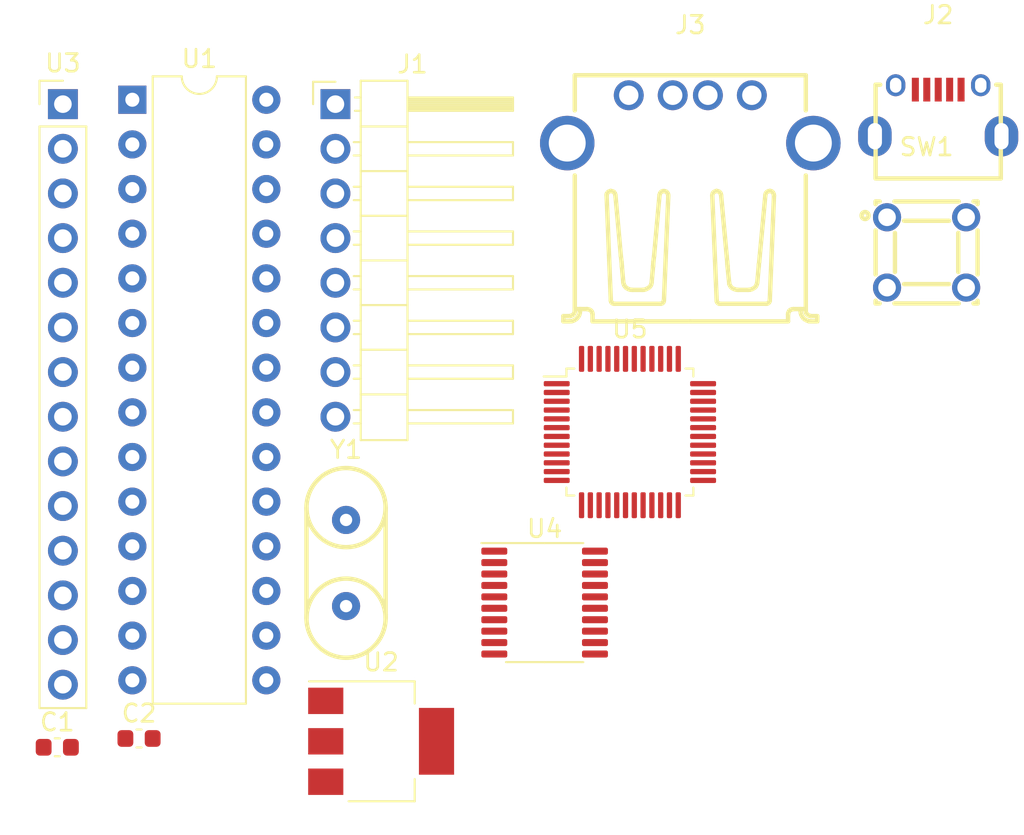
<source format=kicad_pcb>
(kicad_pcb (version 20211014) (generator pcbnew)
  (layers (0 "F.Cu" signal) (31 "B.Cu" signal) (34 "B.Paste" user) (35 "F.Paste" user) (36 "B.SilkS" user "B.Silkscreen") (37 "F.SilkS" user "F.Silkscreen") (38 "B.Mask" user) (39 "F.Mask" user) (44 "Edge.Cuts" user))
  (net 0 "")
  (net 1 "Net-(C1-Pad1)")
  (net 2 "GND")
  (net 3 "Net-(C2-Pad1)")
  (net 4 "+5V")
  (net 5 "Net-(J1-Pad3)")
  (net 6 "Net-(J1-Pad4)")
  (net 7 "Net-(J1-Pad5)")
  (net 8 "Net-(J1-Pad6)")
  (net 9 "Net-(J1-Pad7)")
  (net 10 "Net-(J1-Pad8)")
  (net 11 "DM")
  (net 12 "DP")
  (net 14 "HM")
  (net 15 "HP")
  (net 16 "Net-(SW1-Pad2)")
  (net 18 "RXD")
  (net 19 "TXD")
  (net 20 "RXD_")
  (net 21 "TXD_")
  (net 26 "DC")
  (net 27 "CS")
  (net 28 "MOSI")
  (net 29 "MISO")
  (net 30 "SCK")
  (net 31 "LED")
  (net 33 "+3.3V")
  (net 34 "Net-(U3-Pad3)")
  (net 36 "Net-(U3-Pad5)")
  (net 37 "Net-(U3-Pad6)")
  (net 38 "Net-(U3-Pad7)")
  (net 39 "Net-(U3-Pad8)")
  (net 40 "Net-(U3-Pad9)")
  (footprint "Footprint_Library:USB_Micro-B_C2682230" (layer "F.Cu") (at 176.275 81.115)
    (fp_text reference "J2" (at 0 -5.45) (layer "F.SilkS"))
    (fp_text value "USB_B_Micro")
    (fp_line (start -3.56 -1.48) (end -3.56 3.85) (layer "F.SilkS") (width 0.25))
    (fp_line (start 3.56 3.85) (end 3.56 -1.48) (layer "F.SilkS") (width 0.25))
    (fp_line (start 3.56 -1.48) (end 3.3 -1.48) (layer "F.SilkS") (width 0.25))
    (fp_line (start -3.56 3.85) (end 3.56 3.85) (layer "F.SilkS") (width 0.25))
    (fp_line (start -3.3 -1.48) (end -3.56 -1.48) (layer "F.SilkS") (width 0.25))
    (pad "1" smd rect (at -1.3 -1.2) (size 0.4 1.35) (layers "F.Cu" "F.Paste" "F.Mask") (net 4 "+5V"))
    (pad "2" smd rect (at -0.65 -1.2) (size 0.4 1.35) (layers "F.Cu" "F.Paste" "F.Mask") (net 11 "DM"))
    (pad "3" smd rect (at 0 -1.2) (size 0.4 1.35) (layers "F.Cu" "F.Paste" "F.Mask") (net 12 "DP"))
    (pad "4" smd rect (at 0.65 -1.2) (size 0.4 1.35) (layers "F.Cu" "F.Paste" "F.Mask"))
    (pad "5" smd rect (at 1.3 -1.2) (size 0.4 1.35) (layers "F.Cu" "F.Paste" "F.Mask") (net 2 "GND"))
    (pad "6" thru_hole oval (at -3.6 1.45) (size 1.9 2.3) (drill oval 0.799998 1.499997) (layers *.Cu *.Paste *.Mask) (net 2 "GND"))
    (pad "6" thru_hole oval (at -2.42 -1.45) (size 1.1 1.25) (drill oval 0.649986 0.849986) (layers *.Cu *.Paste *.Mask) (net 2 "GND"))
    (pad "6" thru_hole oval (at 3.6 1.45) (size 1.9 2.3) (drill oval 0.799998 1.499997) (layers *.Cu *.Paste *.Mask) (net 2 "GND"))
    (pad "6" thru_hole oval (at 2.42 -1.45) (size 1.1 1.25) (drill oval 0.649986 0.849986) (layers *.Cu *.Paste *.Mask) (net 2 "GND"))
  )
  (footprint "Capacitor_SMD:C_0603_1608Metric" (layer "F.Cu") (at 130.82 116.82)
    (fp_text reference "C2" (at 0 -1.43) (layer "F.SilkS"))
    (fp_text value "C")
    (fp_line (start -0.14058 0.51) (end 0.14058 0.51) (layer "F.SilkS") (width 0.12))
    (fp_line (start -0.14058 -0.51) (end 0.14058 -0.51) (layer "F.SilkS") (width 0.12))
    (pad "1" smd roundrect (at -0.775 0) (size 0.9 0.95) (layers "F.Cu" "F.Paste" "F.Mask") (net 3 "Net-(C2-Pad1)"))
    (pad "2" smd roundrect (at 0.775 0) (size 0.9 0.95) (layers "F.Cu" "F.Paste" "F.Mask") (net 2 "GND"))
  )
  (footprint "Capacitor_SMD:C_0603_1608Metric" (layer "F.Cu") (at 126.17 117.32)
    (fp_text reference "C1" (at 0 -1.43) (layer "F.SilkS"))
    (fp_text value "C")
    (fp_line (start -0.14058 0.51) (end 0.14058 0.51) (layer "F.SilkS") (width 0.12))
    (fp_line (start -0.14058 -0.51) (end 0.14058 -0.51) (layer "F.SilkS") (width 0.12))
    (pad "1" smd roundrect (at -0.775 0) (size 0.9 0.95) (layers "F.Cu" "F.Paste" "F.Mask") (net 1 "Net-(C1-Pad1)"))
    (pad "2" smd roundrect (at 0.775 0) (size 0.9 0.95) (layers "F.Cu" "F.Paste" "F.Mask") (net 2 "GND"))
  )
  (footprint "Package_QFP:LQFP-48_7x7mm_P0.5mm" (layer "F.Cu") (at 158.74 99.39)
    (fp_text reference "U5" (at 0 -5.85) (layer "F.SilkS"))
    (fp_text value "CH559L")
    (fp_line (start 3.16 -3.61) (end 3.61 -3.61) (layer "F.SilkS") (width 0.12))
    (fp_line (start -3.61 -3.61) (end -3.61 -3.16) (layer "F.SilkS") (width 0.12))
    (fp_line (start 3.61 3.61) (end 3.61 3.16) (layer "F.SilkS") (width 0.12))
    (fp_line (start -3.16 -3.61) (end -3.61 -3.61) (layer "F.SilkS") (width 0.12))
    (fp_line (start -3.16 3.61) (end -3.61 3.61) (layer "F.SilkS") (width 0.12))
    (fp_line (start 3.61 -3.61) (end 3.61 -3.16) (layer "F.SilkS") (width 0.12))
    (fp_line (start -3.61 -3.16) (end -4.9 -3.16) (layer "F.SilkS") (width 0.12))
    (fp_line (start 3.16 3.61) (end 3.61 3.61) (layer "F.SilkS") (width 0.12))
    (fp_line (start -3.61 3.61) (end -3.61 3.16) (layer "F.SilkS") (width 0.12))
    (pad "1" smd roundrect (at -4.1625 -2.75) (size 1.475 0.3) (layers "F.Cu" "F.Paste" "F.Mask"))
    (pad "2" smd roundrect (at -4.1625 -2.25) (size 1.475 0.3) (layers "F.Cu" "F.Paste" "F.Mask"))
    (pad "3" smd roundrect (at -4.1625 -1.75) (size 1.475 0.3) (layers "F.Cu" "F.Paste" "F.Mask"))
    (pad "4" smd roundrect (at -4.1625 -1.25) (size 1.475 0.3) (layers "F.Cu" "F.Paste" "F.Mask"))
    (pad "5" smd roundrect (at -4.1625 -0.75) (size 1.475 0.3) (layers "F.Cu" "F.Paste" "F.Mask"))
    (pad "6" smd roundrect (at -4.1625 -0.25) (size 1.475 0.3) (layers "F.Cu" "F.Paste" "F.Mask"))
    (pad "7" smd roundrect (at -4.1625 0.25) (size 1.475 0.3) (layers "F.Cu" "F.Paste" "F.Mask"))
    (pad "8" smd roundrect (at -4.1625 0.75) (size 1.475 0.3) (layers "F.Cu" "F.Paste" "F.Mask"))
    (pad "9" smd roundrect (at -4.1625 1.25) (size 1.475 0.3) (layers "F.Cu" "F.Paste" "F.Mask"))
    (pad "10" smd roundrect (at -4.1625 1.75) (size 1.475 0.3) (layers "F.Cu" "F.Paste" "F.Mask"))
    (pad "11" smd roundrect (at -4.1625 2.25) (size 1.475 0.3) (layers "F.Cu" "F.Paste" "F.Mask"))
    (pad "12" smd roundrect (at -4.1625 2.75) (size 1.475 0.3) (layers "F.Cu" "F.Paste" "F.Mask"))
    (pad "13" smd roundrect (at -2.75 4.1625) (size 0.3 1.475) (layers "F.Cu" "F.Paste" "F.Mask"))
    (pad "14" smd roundrect (at -2.25 4.1625) (size 0.3 1.475) (layers "F.Cu" "F.Paste" "F.Mask"))
    (pad "15" smd roundrect (at -1.75 4.1625) (size 0.3 1.475) (layers "F.Cu" "F.Paste" "F.Mask"))
    (pad "16" smd roundrect (at -1.25 4.1625) (size 0.3 1.475) (layers "F.Cu" "F.Paste" "F.Mask") (net 16 "Net-(SW1-Pad2)"))
    (pad "17" smd roundrect (at -0.75 4.1625) (size 0.3 1.475) (layers "F.Cu" "F.Paste" "F.Mask"))
    (pad "18" smd roundrect (at -0.25 4.1625) (size 0.3 1.475) (layers "F.Cu" "F.Paste" "F.Mask") (net 2 "GND"))
    (pad "19" smd roundrect (at 0.25 4.1625) (size 0.3 1.475) (layers "F.Cu" "F.Paste" "F.Mask"))
    (pad "20" smd roundrect (at 0.75 4.1625) (size 0.3 1.475) (layers "F.Cu" "F.Paste" "F.Mask"))
    (pad "21" smd roundrect (at 1.25 4.1625) (size 0.3 1.475) (layers "F.Cu" "F.Paste" "F.Mask"))
    (pad "22" smd roundrect (at 1.75 4.1625) (size 0.3 1.475) (layers "F.Cu" "F.Paste" "F.Mask"))
    (pad "23" smd roundrect (at 2.25 4.1625) (size 0.3 1.475) (layers "F.Cu" "F.Paste" "F.Mask"))
    (pad "24" smd roundrect (at 2.75 4.1625) (size 0.3 1.475) (layers "F.Cu" "F.Paste" "F.Mask"))
    (pad "25" smd roundrect (at 4.1625 2.75) (size 1.475 0.3) (layers "F.Cu" "F.Paste" "F.Mask"))
    (pad "26" smd roundrect (at 4.1625 2.25) (size 1.475 0.3) (layers "F.Cu" "F.Paste" "F.Mask"))
    (pad "27" smd roundrect (at 4.1625 1.75) (size 1.475 0.3) (layers "F.Cu" "F.Paste" "F.Mask"))
    (pad "28" smd roundrect (at 4.1625 1.25) (size 1.475 0.3) (layers "F.Cu" "F.Paste" "F.Mask"))
    (pad "29" smd roundrect (at 4.1625 0.75) (size 1.475 0.3) (layers "F.Cu" "F.Paste" "F.Mask") (net 15 "HP"))
    (pad "30" smd roundrect (at 4.1625 0.25) (size 1.475 0.3) (layers "F.Cu" "F.Paste" "F.Mask") (net 14 "HM"))
    (pad "31" smd roundrect (at 4.1625 -0.25) (size 1.475 0.3) (layers "F.Cu" "F.Paste" "F.Mask") (net 12 "DP"))
    (pad "32" smd roundrect (at 4.1625 -0.75) (size 1.475 0.3) (layers "F.Cu" "F.Paste" "F.Mask") (net 11 "DM"))
    (pad "33" smd roundrect (at 4.1625 -1.25) (size 1.475 0.3) (layers "F.Cu" "F.Paste" "F.Mask"))
    (pad "34" smd roundrect (at 4.1625 -1.75) (size 1.475 0.3) (layers "F.Cu" "F.Paste" "F.Mask"))
    (pad "35" smd roundrect (at 4.1625 -2.25) (size 1.475 0.3) (layers "F.Cu" "F.Paste" "F.Mask"))
    (pad "36" smd roundrect (at 4.1625 -2.75) (size 1.475 0.3) (layers "F.Cu" "F.Paste" "F.Mask"))
    (pad "37" smd roundrect (at 2.75 -4.1625) (size 0.3 1.475) (layers "F.Cu" "F.Paste" "F.Mask") (net 20 "RXD_"))
    (pad "38" smd roundrect (at 2.25 -4.1625) (size 0.3 1.475) (layers "F.Cu" "F.Paste" "F.Mask") (net 21 "TXD_"))
    (pad "39" smd roundrect (at 1.75 -4.1625) (size 0.3 1.475) (layers "F.Cu" "F.Paste" "F.Mask"))
    (pad "40" smd roundrect (at 1.25 -4.1625) (size 0.3 1.475) (layers "F.Cu" "F.Paste" "F.Mask"))
    (pad "41" smd roundrect (at 0.75 -4.1625) (size 0.3 1.475) (layers "F.Cu" "F.Paste" "F.Mask") (net 4 "+5V"))
    (pad "42" smd roundrect (at 0.25 -4.1625) (size 0.3 1.475) (layers "F.Cu" "F.Paste" "F.Mask"))
    (pad "43" smd roundrect (at -0.25 -4.1625) (size 0.3 1.475) (layers "F.Cu" "F.Paste" "F.Mask"))
    (pad "44" smd roundrect (at -0.75 -4.1625) (size 0.3 1.475) (layers "F.Cu" "F.Paste" "F.Mask"))
    (pad "45" smd roundrect (at -1.25 -4.1625) (size 0.3 1.475) (layers "F.Cu" "F.Paste" "F.Mask"))
    (pad "46" smd roundrect (at -1.75 -4.1625) (size 0.3 1.475) (layers "F.Cu" "F.Paste" "F.Mask"))
    (pad "47" smd roundrect (at -2.25 -4.1625) (size 0.3 1.475) (layers "F.Cu" "F.Paste" "F.Mask"))
    (pad "48" smd roundrect (at -2.75 -4.1625) (size 0.3 1.475) (layers "F.Cu" "F.Paste" "F.Mask"))
  )
  (footprint "Connector_PinHeader_2.54mm:PinHeader_1x08_P2.54mm_Horizontal" (layer "F.Cu") (at 141.99 80.74)
    (fp_text reference "J1" (at 4.385 -2.27) (layer "F.SilkS"))
    (fp_text value "Conn_01x08_Male")
    (fp_line (start 10.1 15.62) (end 4.1 15.62) (layer "F.SilkS") (width 0.12))
    (fp_line (start 10.1 14.86) (end 10.1 15.62) (layer "F.SilkS") (width 0.12))
    (fp_line (start 1.042929 17.4) (end 1.44 17.4) (layer "F.SilkS") (width 0.12))
    (fp_line (start 1.042929 12.32) (end 1.44 12.32) (layer "F.SilkS") (width 0.12))
    (fp_line (start 1.44 3.81) (end 4.1 3.81) (layer "F.SilkS") (width 0.12))
    (fp_line (start 4.1 -0.08) (end 10.1 -0.08) (layer "F.SilkS") (width 0.12))
    (fp_line (start 4.1 17.4) (end 10.1 17.4) (layer "F.SilkS") (width 0.12))
    (fp_line (start 1.44 6.35) (end 4.1 6.35) (layer "F.SilkS") (width 0.12))
    (fp_line (start 1.042929 9.78) (end 1.44 9.78) (layer "F.SilkS") (width 0.12))
    (fp_line (start 1.11 0.38) (end 1.44 0.38) (layer "F.SilkS") (width 0.12))
    (fp_line (start 1.11 -0.38) (end 1.44 -0.38) (layer "F.SilkS") (width 0.12))
    (fp_line (start 10.1 4.7) (end 10.1 5.46) (layer "F.SilkS") (width 0.12))
    (fp_line (start 4.1 -0.32) (end 10.1 -0.32) (layer "F.SilkS") (width 0.12))
    (fp_line (start 4.1 0.28) (end 10.1 0.28) (layer "F.SilkS") (width 0.12))
    (fp_line (start 1.042929 18.16) (end 1.44 18.16) (layer "F.SilkS") (width 0.12))
    (fp_line (start 1.44 8.89) (end 4.1 8.89) (layer "F.SilkS") (width 0.12))
    (fp_line (start 1.042929 13.08) (end 1.44 13.08) (layer "F.SilkS") (width 0.12))
    (fp_line (start 4.1 4.7) (end 10.1 4.7) (layer "F.SilkS") (width 0.12))
    (fp_line (start 1.042929 2.92) (end 1.44 2.92) (layer "F.SilkS") (width 0.12))
    (fp_line (start 1.44 1.27) (end 4.1 1.27) (layer "F.SilkS") (width 0.12))
    (fp_line (start 1.042929 2.16) (end 1.44 2.16) (layer "F.SilkS") (width 0.12))
    (fp_line (start 10.1 18.16) (end 4.1 18.16) (layer "F.SilkS") (width 0.12))
    (fp_line (start 10.1 12.32) (end 10.1 13.08) (layer "F.SilkS") (width 0.12))
    (fp_line (start 10.1 10.54) (end 4.1 10.54) (layer "F.SilkS") (width 0.12))
    (fp_line (start 1.042929 5.46) (end 1.44 5.46) (layer "F.SilkS") (width 0.12))
    (fp_line (start 4.1 -0.38) (end 10.1 -0.38) (layer "F.SilkS") (width 0.12))
    (fp_line (start 10.1 0.38) (end 4.1 0.38) (layer "F.SilkS") (width 0.12))
    (fp_line (start 1.44 19.11) (end 4.1 19.11) (layer "F.SilkS") (width 0.12))
    (fp_line (start 4.1 14.86) (end 10.1 14.86) (layer "F.SilkS") (width 0.12))
    (fp_line (start -1.27 0) (end -1.27 -1.27) (layer "F.SilkS") (width 0.12))
    (fp_line (start 1.042929 4.7) (end 1.44 4.7) (layer "F.SilkS") (width 0.12))
    (fp_line (start 1.44 13.97) (end 4.1 13.97) (layer "F.SilkS") (width 0.12))
    (fp_line (start 1.042929 10.54) (end 1.44 10.54) (layer "F.SilkS") (width 0.12))
    (fp_line (start 1.042929 14.86) (end 1.44 14.86) (layer "F.SilkS") (width 0.12))
    (fp_line (start 4.1 2.16) (end 10.1 2.16) (layer "F.SilkS") (width 0.12))
    (fp_line (start 10.1 17.4) (end 10.1 18.16) (layer "F.SilkS") (width 0.12))
    (fp_line (start 4.1 0.04) (end 10.1 0.04) (layer "F.SilkS") (width 0.12))
    (fp_line (start 1.042929 7.24) (end 1.44 7.24) (layer "F.SilkS") (width 0.12))
    (fp_line (start 10.1 8) (end 4.1 8) (layer "F.SilkS") (width 0.12))
    (fp_line (start 4.1 9.78) (end 10.1 9.78) (layer "F.SilkS") (width 0.12))
    (fp_line (start 4.1 19.11) (end 4.1 -1.33) (layer "F.SilkS") (width 0.12))
    (fp_line (start 4.1 -1.33) (end 1.44 -1.33) (layer "F.SilkS") (width 0.12))
    (fp_line (start 4.1 0.16) (end 10.1 0.16) (layer "F.SilkS") (width 0.12))
    (fp_line (start 1.042929 15.62) (end 1.44 15.62) (layer "F.SilkS") (width 0.12))
    (fp_line (start 10.1 13.08) (end 4.1 13.08) (layer "F.SilkS") (width 0.12))
    (fp_line (start 10.1 2.16) (end 10.1 2.92) (layer "F.SilkS") (width 0.12))
    (fp_line (start 1.44 16.51) (end 4.1 16.51) (layer "F.SilkS") (width 0.12))
    (fp_line (start 4.1 12.32) (end 10.1 12.32) (layer "F.SilkS") (width 0.12))
    (fp_line (start 10.1 -0.38) (end 10.1 0.38) (layer "F.SilkS") (width 0.12))
    (fp_line (start 10.1 7.24) (end 10.1 8) (layer "F.SilkS") (width 0.12))
    (fp_line (start 1.042929 8) (end 1.44 8) (layer "F.SilkS") (width 0.12))
    (fp_line (start 10.1 9.78) (end 10.1 10.54) (layer "F.SilkS") (width 0.12))
    (fp_line (start 4.1 -0.2) (end 10.1 -0.2) (layer "F.SilkS") (width 0.12))
    (fp_line (start -1.27 -1.27) (end 0 -1.27) (layer "F.SilkS") (width 0.12))
    (fp_line (start 4.1 7.24) (end 10.1 7.24) (layer "F.SilkS") (width 0.12))
    (fp_line (start 10.1 2.92) (end 4.1 2.92) (layer "F.SilkS") (width 0.12))
    (fp_line (start 1.44 -1.33) (end 1.44 19.11) (layer "F.SilkS") (width 0.12))
    (fp_line (start 1.44 11.43) (end 4.1 11.43) (layer "F.SilkS") (width 0.12))
    (fp_line (start 10.1 5.46) (end 4.1 5.46) (layer "F.SilkS") (width 0.12))
    (pad "1" thru_hole rect (at 0 0) (size 1.7 1.7) (drill 1) (layers *.Cu *.Mask) (net 4 "+5V"))
    (pad "2" thru_hole oval (at 0 2.54) (size 1.7 1.7) (drill 1) (layers *.Cu *.Mask) (net 2 "GND"))
    (pad "3" thru_hole oval (at 0 5.08) (size 1.7 1.7) (drill 1) (layers *.Cu *.Mask) (net 5 "Net-(J1-Pad3)"))
    (pad "4" thru_hole oval (at 0 7.62) (size 1.7 1.7) (drill 1) (layers *.Cu *.Mask) (net 6 "Net-(J1-Pad4)"))
    (pad "5" thru_hole oval (at 0 10.16) (size 1.7 1.7) (drill 1) (layers *.Cu *.Mask) (net 7 "Net-(J1-Pad5)"))
    (pad "6" thru_hole oval (at 0 12.7) (size 1.7 1.7) (drill 1) (layers *.Cu *.Mask) (net 8 "Net-(J1-Pad6)"))
    (pad "7" thru_hole oval (at 0 15.24) (size 1.7 1.7) (drill 1) (layers *.Cu *.Mask) (net 9 "Net-(J1-Pad7)"))
    (pad "8" thru_hole oval (at 0 17.78) (size 1.7 1.7) (drill 1) (layers *.Cu *.Mask) (net 10 "Net-(J1-Pad8)"))
  )
  (footprint "Package_TO_SOT_SMD:SOT-223-3_TabPin2" (layer "F.Cu") (at 144.59 116.98)
    (fp_text reference "U2" (at 0 -4.5) (layer "F.SilkS"))
    (fp_text value "AMS1117-3.3")
    (fp_line (start -1.85 3.41) (end 1.91 3.41) (layer "F.SilkS") (width 0.12))
    (fp_line (start 1.91 -3.41) (end 1.91 -2.15) (layer "F.SilkS") (width 0.12))
    (fp_line (start 1.91 3.41) (end 1.91 2.15) (layer "F.SilkS") (width 0.12))
    (fp_line (start -4.1 -3.41) (end 1.91 -3.41) (layer "F.SilkS") (width 0.12))
    (pad "1" smd rect (at -3.15 -2.3) (size 2 1.5) (layers "F.Cu" "F.Paste" "F.Mask") (net 2 "GND"))
    (pad "2" smd rect (at -3.15 0) (size 2 1.5) (layers "F.Cu" "F.Paste" "F.Mask") (net 33 "+3.3V"))
    (pad "2" smd rect (at 3.15 0) (size 2 3.8) (layers "F.Cu" "F.Paste" "F.Mask") (net 33 "+3.3V"))
    (pad "3" smd rect (at -3.15 2.3) (size 2 1.5) (layers "F.Cu" "F.Paste" "F.Mask") (net 4 "+5V"))
  )
  (footprint "Footprint_Library:Crystal_C16212" (layer "F.Cu") (at 142.595 106.84)
    (fp_text reference "Y1" (at 0 -6.45) (layer "F.SilkS"))
    (fp_text value "Crystal")
    (fp_line (start 2.25 3.14) (end 2.25 -3.15) (layer "F.SilkS") (width 0.25))
    (fp_line (start -2.25 3.14) (end -2.25 -3.15) (layer "F.SilkS") (width 0.25))
    (fp_arc (start -2.249657 -3.189268) (mid 2.249914 -3.130365) (end -2.25 -3.15) (layer "F.SilkS") (width 0.25))
    (fp_arc (start 2.249657 3.179268) (mid -2.249914 3.120365) (end 2.25 3.14) (layer "F.SilkS") (width 0.25))
    (pad "1" thru_hole circle locked (at 0 -2.45 270) (size 1.6 1.6) (drill 0.700024) (layers *.Cu *.Paste *.Mask) (net 1 "Net-(C1-Pad1)"))
    (pad "2" thru_hole circle locked (at 0 2.45 270) (size 1.6 1.6) (drill 0.700024) (layers *.Cu *.Paste *.Mask) (net 3 "Net-(C2-Pad1)"))
  )
  (footprint "Package_SO:TSSOP-20_4.4x6.5mm_P0.65mm" (layer "F.Cu") (at 153.89 109.09)
    (fp_text reference "U4" (at 0 -4.2) (layer "F.SilkS"))
    (fp_text value "TXB0108PWR")
    (fp_line (start 0 -3.385) (end 2.2 -3.385) (layer "F.SilkS") (width 0.12))
    (fp_line (start 0 3.385) (end 2.2 3.385) (layer "F.SilkS") (width 0.12))
    (fp_line (start 0 -3.385) (end -3.6 -3.385) (layer "F.SilkS") (width 0.12))
    (fp_line (start 0 3.385) (end -2.2 3.385) (layer "F.SilkS") (width 0.12))
    (pad "1" smd roundrect (at -2.8625 -2.925) (size 1.475 0.4) (layers "F.Cu" "F.Paste" "F.Mask"))
    (pad "2" smd roundrect (at -2.8625 -2.275) (size 1.475 0.4) (layers "F.Cu" "F.Paste" "F.Mask") (net 33 "+3.3V"))
    (pad "3" smd roundrect (at -2.8625 -1.625) (size 1.475 0.4) (layers "F.Cu" "F.Paste" "F.Mask") (net 36 "Net-(U3-Pad5)"))
    (pad "4" smd roundrect (at -2.8625 -0.975) (size 1.475 0.4) (layers "F.Cu" "F.Paste" "F.Mask") (net 34 "Net-(U3-Pad3)"))
    (pad "5" smd roundrect (at -2.8625 -0.325) (size 1.475 0.4) (layers "F.Cu" "F.Paste" "F.Mask") (net 37 "Net-(U3-Pad6)"))
    (pad "6" smd roundrect (at -2.8625 0.325) (size 1.475 0.4) (layers "F.Cu" "F.Paste" "F.Mask") (net 40 "Net-(U3-Pad9)"))
    (pad "7" smd roundrect (at -2.8625 0.975) (size 1.475 0.4) (layers "F.Cu" "F.Paste" "F.Mask") (net 38 "Net-(U3-Pad7)"))
    (pad "8" smd roundrect (at -2.8625 1.625) (size 1.475 0.4) (layers "F.Cu" "F.Paste" "F.Mask") (net 39 "Net-(U3-Pad8)"))
    (pad "9" smd roundrect (at -2.8625 2.275) (size 1.475 0.4) (layers "F.Cu" "F.Paste" "F.Mask"))
    (pad "10" smd roundrect (at -2.8625 2.925) (size 1.475 0.4) (layers "F.Cu" "F.Paste" "F.Mask"))
    (pad "11" smd roundrect (at 2.8625 2.925) (size 1.475 0.4) (layers "F.Cu" "F.Paste" "F.Mask") (net 2 "GND"))
    (pad "12" smd roundrect (at 2.8625 2.275) (size 1.475 0.4) (layers "F.Cu" "F.Paste" "F.Mask"))
    (pad "13" smd roundrect (at 2.8625 1.625) (size 1.475 0.4) (layers "F.Cu" "F.Paste" "F.Mask") (net 31 "LED"))
    (pad "14" smd roundrect (at 2.8625 0.975) (size 1.475 0.4) (layers "F.Cu" "F.Paste" "F.Mask") (net 30 "SCK"))
    (pad "15" smd roundrect (at 2.8625 0.325) (size 1.475 0.4) (layers "F.Cu" "F.Paste" "F.Mask") (net 29 "MISO"))
    (pad "16" smd roundrect (at 2.8625 -0.325) (size 1.475 0.4) (layers "F.Cu" "F.Paste" "F.Mask") (net 28 "MOSI"))
    (pad "17" smd roundrect (at 2.8625 -0.975) (size 1.475 0.4) (layers "F.Cu" "F.Paste" "F.Mask") (net 27 "CS"))
    (pad "18" smd roundrect (at 2.8625 -1.625) (size 1.475 0.4) (layers "F.Cu" "F.Paste" "F.Mask") (net 26 "DC"))
    (pad "19" smd roundrect (at 2.8625 -2.275) (size 1.475 0.4) (layers "F.Cu" "F.Paste" "F.Mask") (net 4 "+5V"))
    (pad "20" smd roundrect (at 2.8625 -2.925) (size 1.475 0.4) (layers "F.Cu" "F.Paste" "F.Mask"))
  )
  (footprint "Footprint_Library:Push_SW_C2693625" (layer "F.Cu") (at 175.615 89.175)
    (fp_text reference "SW1" (at 0 -6) (layer "F.SilkS"))
    (fp_text value "SW_Push")
    (fp_line (start -2.9 -2.9) (end -2.67 -2.9) (layer "F.SilkS") (width 0.25))
    (fp_line (start 2.9 -2.9) (end 2.9 -2.75) (layer "F.SilkS") (width 0.25))
    (fp_line (start 1.83 2.9) (end -1.83 2.9) (layer "F.SilkS") (width 0.25))
    (fp_line (start 2.9 -1.25) (end 2.9 1.25) (layer "F.SilkS") (width 0.25))
    (fp_line (start -2.9 1.25) (end -2.9 -1.25) (layer "F.SilkS") (width 0.25))
    (fp_line (start 1.8 -1.11) (end 1.8 1.11) (layer "F.SilkS") (width 0.25))
    (fp_line (start 2.9 2.75) (end 2.9 2.9) (layer "F.SilkS") (width 0.25))
    (fp_line (start 2.9 2.9) (end 2.67 2.9) (layer "F.SilkS") (width 0.25))
    (fp_line (start -2.9 -2.75) (end -2.9 -2.9) (layer "F.SilkS") (width 0.25))
    (fp_line (start -1.83 -2.9) (end 1.83 -2.9) (layer "F.SilkS") (width 0.25))
    (fp_line (start -2.9 2.9) (end -2.9 2.75) (layer "F.SilkS") (width 0.25))
    (fp_line (start -2.67 2.9) (end -2.9 2.9) (layer "F.SilkS") (width 0.25))
    (fp_line (start -1.28 -1.8) (end 1.28 -1.8) (layer "F.SilkS") (width 0.25))
    (fp_line (start -1.8 1.11) (end -1.8 -1.11) (layer "F.SilkS") (width 0.25))
    (fp_line (start 1.28 1.8) (end -1.28 1.8) (layer "F.SilkS") (width 0.25))
    (fp_line (start 2.67 -2.9) (end 2.9 -2.9) (layer "F.SilkS") (width 0.25))
    (fp_circle (center -3.5 -2.1) (end -3.3 -2.1) (layer "F.SilkS") (width 0.25) (fill none))
    (pad "1" thru_hole circle locked (at -2.25 -2 90) (size 1.6 1.6) (drill 0.999998) (layers *.Cu *.Paste *.Mask) (net 2 "GND"))
    (pad "2" thru_hole circle locked (at -2.25 2 90) (size 1.6 1.6) (drill 0.999998) (layers *.Cu *.Paste *.Mask) (net 16 "Net-(SW1-Pad2)"))
    (pad "3" thru_hole circle locked (at 2.25 -2 90) (size 1.6 1.6) (drill 0.999998) (layers *.Cu *.Paste *.Mask))
    (pad "4" thru_hole circle locked (at 2.25 2 90) (size 1.6 1.6) (drill 0.999998) (layers *.Cu *.Paste *.Mask))
  )
  (footprint "Package_DIP:DIP-28_W7.62mm" (layer "F.Cu") (at 130.44 80.49)
    (fp_text reference "U1" (at 3.81 -2.33) (layer "F.SilkS"))
    (fp_text value "ATmega328P-P")
    (fp_line (start 6.46 34.35) (end 6.46 -1.33) (layer "F.SilkS") (width 0.12))
    (fp_line (start 2.81 -1.33) (end 1.16 -1.33) (layer "F.SilkS") (width 0.12))
    (fp_line (start 6.46 -1.33) (end 4.81 -1.33) (layer "F.SilkS") (width 0.12))
    (fp_line (start 1.16 34.35) (end 6.46 34.35) (layer "F.SilkS") (width 0.12))
    (fp_line (start 1.16 -1.33) (end 1.16 34.35) (layer "F.SilkS") (width 0.12))
    (fp_arc (start 4.81 -1.33) (mid 3.81 -0.33) (end 2.81 -1.33) (layer "F.SilkS") (width 0.12))
    (pad "1" thru_hole rect (at 0 0) (size 1.6 1.6) (drill 0.8) (layers *.Cu *.Mask))
    (pad "2" thru_hole oval (at 0 2.54) (size 1.6 1.6) (drill 0.8) (layers *.Cu *.Mask) (net 18 "RXD"))
    (pad "3" thru_hole oval (at 0 5.08) (size 1.6 1.6) (drill 0.8) (layers *.Cu *.Mask) (net 19 "TXD"))
    (pad "4" thru_hole oval (at 0 7.62) (size 1.6 1.6) (drill 0.8) (layers *.Cu *.Mask) (net 20 "RXD_"))
    (pad "5" thru_hole oval (at 0 10.16) (size 1.6 1.6) (drill 0.8) (layers *.Cu *.Mask) (net 21 "TXD_"))
    (pad "6" thru_hole oval (at 0 12.7) (size 1.6 1.6) (drill 0.8) (layers *.Cu *.Mask))
    (pad "7" thru_hole oval (at 0 15.24) (size 1.6 1.6) (drill 0.8) (layers *.Cu *.Mask) (net 4 "+5V"))
    (pad "8" thru_hole oval (at 0 17.78) (size 1.6 1.6) (drill 0.8) (layers *.Cu *.Mask) (net 2 "GND"))
    (pad "9" thru_hole oval (at 0 20.32) (size 1.6 1.6) (drill 0.8) (layers *.Cu *.Mask) (net 1 "Net-(C1-Pad1)"))
    (pad "10" thru_hole oval (at 0 22.86) (size 1.6 1.6) (drill 0.8) (layers *.Cu *.Mask) (net 3 "Net-(C2-Pad1)"))
    (pad "11" thru_hole oval (at 0 25.4) (size 1.6 1.6) (drill 0.8) (layers *.Cu *.Mask))
    (pad "12" thru_hole oval (at 0 27.94) (size 1.6 1.6) (drill 0.8) (layers *.Cu *.Mask))
    (pad "13" thru_hole oval (at 0 30.48) (size 1.6 1.6) (drill 0.8) (layers *.Cu *.Mask))
    (pad "14" thru_hole oval (at 0 33.02) (size 1.6 1.6) (drill 0.8) (layers *.Cu *.Mask) (net 26 "DC"))
    (pad "15" thru_hole oval (at 7.62 33.02) (size 1.6 1.6) (drill 0.8) (layers *.Cu *.Mask) (net 27 "CS"))
    (pad "16" thru_hole oval (at 7.62 30.48) (size 1.6 1.6) (drill 0.8) (layers *.Cu *.Mask) (net 28 "MOSI"))
    (pad "17" thru_hole oval (at 7.62 27.94) (size 1.6 1.6) (drill 0.8) (layers *.Cu *.Mask) (net 29 "MISO"))
    (pad "18" thru_hole oval (at 7.62 25.4) (size 1.6 1.6) (drill 0.8) (layers *.Cu *.Mask) (net 30 "SCK"))
    (pad "19" thru_hole oval (at 7.62 22.86) (size 1.6 1.6) (drill 0.8) (layers *.Cu *.Mask) (net 31 "LED"))
    (pad "20" thru_hole oval (at 7.62 20.32) (size 1.6 1.6) (drill 0.8) (layers *.Cu *.Mask) (net 4 "+5V"))
    (pad "21" thru_hole oval (at 7.62 17.78) (size 1.6 1.6) (drill 0.8) (layers *.Cu *.Mask))
    (pad "22" thru_hole oval (at 7.62 15.24) (size 1.6 1.6) (drill 0.8) (layers *.Cu *.Mask) (net 2 "GND"))
    (pad "23" thru_hole oval (at 7.62 12.7) (size 1.6 1.6) (drill 0.8) (layers *.Cu *.Mask) (net 10 "Net-(J1-Pad8)"))
    (pad "24" thru_hole oval (at 7.62 10.16) (size 1.6 1.6) (drill 0.8) (layers *.Cu *.Mask) (net 9 "Net-(J1-Pad7)"))
    (pad "25" thru_hole oval (at 7.62 7.62) (size 1.6 1.6) (drill 0.8) (layers *.Cu *.Mask) (net 8 "Net-(J1-Pad6)"))
    (pad "26" thru_hole oval (at 7.62 5.08) (size 1.6 1.6) (drill 0.8) (layers *.Cu *.Mask) (net 7 "Net-(J1-Pad5)"))
    (pad "27" thru_hole oval (at 7.62 2.54) (size 1.6 1.6) (drill 0.8) (layers *.Cu *.Mask) (net 6 "Net-(J1-Pad4)"))
    (pad "28" thru_hole oval (at 7.62 0) (size 1.6 1.6) (drill 0.8) (layers *.Cu *.Mask) (net 5 "Net-(J1-Pad3)"))
  )
  (footprint "Footprint_Library:USB_Type-A_C2345" (layer "F.Cu") (at 162.175 81.595)
    (fp_text reference "J3" (at 0 -5.36) (layer "F.SilkS"))
    (fp_text value "USB_A")
    (fp_line (start 2.07 7.78) (end 1.75 4.31) (layer "F.SilkS") (width 0.25))
    (fp_line (start 5.8 10.81) (end 5.74 10.83) (layer "F.SilkS") (width 0.25))
    (fp_line (start 4.3 4.21) (end 4.27 4.3) (layer "F.SilkS") (width 0.25))
    (fp_line (start -3.81 9.29) (end -3.79 9.37) (layer "F.SilkS") (width 0.25))
    (fp_line (start -6.31 11.12) (end -6.36 11.22) (layer "F.SilkS") (width 0.25))
    (fp_line (start -3.79 9.37) (end -3.76 9.45) (layer "F.SilkS") (width 0.25))
    (fp_line (start -2.61 9.7) (end -2.52 9.67) (layer "F.SilkS") (width 0.25))
    (fp_line (start -5.87 10.8) (end -5.8 10.81) (layer "F.SilkS") (width 0.25))
    (fp_line (start -2.06 7.78) (end -2.1 8.11) (layer "F.SilkS") (width 0.25))
    (fp_line (start 4.76 4.34) (end 4.74 4.25) (layer "F.SilkS") (width 0.25))
    (fp_line (start 4.44 10.46) (end 4.48 10.42) (layer "F.SilkS") (width 0.25))
    (fp_line (start 4.7 4.17) (end 4.63 4.11) (layer "F.SilkS") (width 0.25))
    (fp_line (start 3.89 8.39) (end 3.81 9.29) (layer "F.SilkS") (width 0.25))
    (fp_line (start -6.27 10.9) (end -6.28 11.01) (layer "F.SilkS") (width 0.25))
    (fp_line (start 6.74 11.17) (end 6.8 11.19) (layer "F.SilkS") (width 0.25))
    (fp_line (start 6.27 10.9) (end 6.28 11.01) (layer "F.SilkS") (width 0.25))
    (fp_line (start -1.25 4.34) (end -1.27 4.25) (layer "F.SilkS") (width 0.25))
    (fp_line (start 2.07 7.78) (end 2.1 8.11) (layer "F.SilkS") (width 0.25))
    (fp_line (start 2.62 9.7) (end 2.52 9.67) (layer "F.SilkS") (width 0.25))
    (fp_line (start -6.57 10.9) (end -6.57 3.2) (layer "F.SilkS") (width 0.25))
    (fp_line (start -4.74 4.23) (end -4.76 4.28) (layer "F.SilkS") (width 0.25))
    (fp_line (start -1.58 10.46) (end -1.54 10.42) (layer "F.SilkS") (width 0.25))
    (fp_line (start 4.32 10.5) (end 1.7 10.5) (layer "F.SilkS") (width 0.25))
    (fp_line (start -6.52 11.39) (end -6.63 11.45) (layer "F.SilkS") (width 0.25))
    (fp_line (start 5.57 11.03) (end 5.56 11.1) (layer "F.SilkS") (width 0.25))
    (fp_line (start -4.45 10.45) (end -4.42 10.47) (layer "F.SilkS") (width 0.25))
    (fp_line (start -5.66 10.88) (end -5.62 10.92) (layer "F.SilkS") (width 0.25))
    (fp_line (start 6.57 -0.5) (end 6.57 -2.5) (layer "F.SilkS") (width 0.25))
    (fp_line (start 7.22 11.5) (end 7.22 11.2) (layer "F.SilkS") (width 0.25))
    (fp_line (start -2.44 9.63) (end -2.37 9.59) (layer "F.SilkS") (width 0.25))
    (fp_line (start 6.57 10.9) (end 6.57 3.2) (layer "F.SilkS") (width 0.25))
    (fp_line (start 2.71 9.71) (end 2.62 9.7) (layer "F.SilkS") (width 0.25))
    (fp_line (start -1.39 4.11) (end -1.48 4.09) (layer "F.SilkS") (width 0.25))
    (fp_line (start -3.95 7.78) (end -4.26 4.31) (layer "F.SilkS") (width 0.25))
    (fp_line (start 2.22 9.38) (end 2.21 9.3) (layer "F.SilkS") (width 0.25))
    (fp_line (start -1.7 10.5) (end -1.64 10.49) (layer "F.SilkS") (width 0.25))
    (fp_line (start -6.57 -0.5) (end -6.57 -2.5) (layer "F.SilkS") (width 0.25))
    (fp_line (start -6.8 11.19) (end -6.86 11.2) (layer "F.SilkS") (width 0.25))
    (fp_line (start 1.5 10.31) (end 1.5 10.35) (layer "F.SilkS") (width 0.25))
    (fp_line (start 5.62 10.92) (end 5.59 10.98) (layer "F.SilkS") (width 0.25))
    (fp_line (start 4.53 4.08) (end 4.48 4.09) (layer "F.SilkS") (width 0.25))
    (fp_line (start 2.12 8.34) (end 2.11 8.25) (layer "F.SilkS") (width 0.25))
    (fp_line (start -2.7 9.71) (end -3.31 9.71) (layer "F.SilkS") (width 0.25))
    (fp_line (start 1.52 10.39) (end 1.54 10.42) (layer "F.SilkS") (width 0.25))
    (fp_line (start -6.75 11.17) (end -6.8 11.19) (layer "F.SilkS") (width 0.25))
    (fp_line (start 6.27 10.8) (end 6.27 10.9) (layer "F.SilkS") (width 0.25))
    (fp_line (start 1.27 4.24) (end 1.25 4.33) (layer "F.SilkS") (width 0.25))
    (fp_line (start -4.29 4.22) (end -4.35 4.14) (layer "F.SilkS") (width 0.25))
    (fp_line (start 1.58 4.1) (end 1.49 4.08) (layer "F.SilkS") (width 0.25))
    (fp_line (start -6.87 11.5) (end -7.22 11.5) (layer "F.SilkS") (width 0.25))
    (fp_line (start -1.51 10.36) (end -1.5 10.31) (layer "F.SilkS") (width 0.25))
    (fp_line (start -4.42 10.47) (end -4.39 10.49) (layer "F.SilkS") (width 0.25))
    (fp_line (start 5.74 10.83) (end 5.7 10.85) (layer "F.SilkS") (width 0.25))
    (fp_line (start -5.62 10.92) (end -5.59 10.98) (layer "F.SilkS") (width 0.25))
    (fp_line (start 6.28 11.01) (end 6.31 11.12) (layer "F.SilkS") (width 0.25))
    (fp_line (start 3.95 7.78) (end 4.27 4.31) (layer "F.SilkS") (width 0.25))
    (fp_line (start 1.56 10.45) (end 1.59 10.47) (layer "F.SilkS") (width 0.25))
    (fp_line (start 3.79 9.37) (end 3.76 9.45) (layer "F.SilkS") (width 0.25))
    (fp_line (start -3.89 8.39) (end -3.89 8.34) (layer "F.SilkS") (width 0.25))
    (fp_line (start 4.51 10.36) (end 4.52 10.31) (layer "F.SilkS") (width 0.25))
    (fp_line (start -4.39 10.49) (end -4.35 10.5) (layer "F.SilkS") (width 0.25))
    (fp_line (start -1.32 4.17) (end -1.39 4.11) (layer "F.SilkS") (width 0.25))
    (fp_line (start -4.69 4.16) (end -4.74 4.23) (layer "F.SilkS") (width 0.25))
    (fp_line (start -1.64 10.49) (end -1.58 10.46) (layer "F.SilkS") (width 0.25))
    (fp_line (start 6.62 11.45) (end 6.74 11.49) (layer "F.SilkS") (width 0.25))
    (fp_line (start 2.52 9.67) (end 2.44 9.64) (layer "F.SilkS") (width 0.25))
    (fp_line (start 6.57 10.8) (end 5.86 10.8) (layer "F.SilkS") (width 0.25))
    (fp_line (start -6.69 11.14) (end -6.75 11.17) (layer "F.SilkS") (width 0.25))
    (fp_line (start 2.71 9.71) (end 3.31 9.71) (layer "F.SilkS") (width 0.25))
    (fp_line (start -3.71 9.52) (end -3.66 9.58) (layer "F.SilkS") (width 0.25))
    (fp_line (start 2.44 9.64) (end 2.36 9.59) (layer "F.SilkS") (width 0.25))
    (fp_line (start -6.44 11.32) (end -6.52 11.39) (layer "F.SilkS") (width 0.25))
    (fp_line (start 2.1 8.11) (end 2.11 8.25) (layer "F.SilkS") (width 0.25))
    (fp_line (start -6.36 11.22) (end -6.44 11.32) (layer "F.SilkS") (width 0.25))
    (fp_line (start -2.7 9.71) (end -2.61 9.7) (layer "F.SilkS") (width 0.25))
    (fp_line (start -4.53 4.08) (end -4.62 4.11) (layer "F.SilkS") (width 0.25))
    (fp_line (start -4.52 10.31) (end -4.51 10.35) (layer "F.SilkS") (width 0.25))
    (fp_line (start -4.35 4.14) (end -4.43 4.1) (layer "F.SilkS") (width 0.25))
    (fp_line (start -5.56 11.5) (end -5.56 11.1) (layer "F.SilkS") (width 0.25))
    (fp_line (start -2.3 9.53) (end -2.25 9.46) (layer "F.SilkS") (width 0.25))
    (fp_line (start -3.91 8.11) (end -3.9 8.25) (layer "F.SilkS") (width 0.25))
    (fp_line (start 6.31 11.12) (end 6.36 11.22) (layer "F.SilkS") (width 0.25))
    (fp_line (start -1.48 4.09) (end -1.57 4.09) (layer "F.SilkS") (width 0.25))
    (fp_line (start 3.92 8.11) (end 3.9 8.25) (layer "F.SilkS") (width 0.25))
    (fp_line (start -3.95 7.78) (end -3.91 8.11) (layer "F.SilkS") (width 0.25))
    (fp_line (start -1.65 4.13) (end -1.71 4.2) (layer "F.SilkS") (width 0.25))
    (fp_line (start 1.5 10.35) (end 1.52 10.39) (layer "F.SilkS") (width 0.25))
    (fp_line (start 3.89 8.39) (end 3.9 8.34) (layer "F.SilkS") (width 0.25))
    (fp_line (start 1.66 10.5) (end 1.7 10.5) (layer "F.SilkS") (width 0.25))
    (fp_line (start 4.74 4.25) (end 4.7 4.17) (layer "F.SilkS") (width 0.25))
    (fp_line (start -6.57 10.95) (end -6.59 11.01) (layer "F.SilkS") (width 0.25))
    (fp_line (start 6.69 11.14) (end 6.74 11.17) (layer "F.SilkS") (width 0.25))
    (fp_line (start -1.5 10.31) (end -1.25 4.34) (layer "F.SilkS") (width 0.25))
    (fp_line (start 5.86 10.8) (end 5.8 10.81) (layer "F.SilkS") (width 0.25))
    (fp_line (start 5.56 11.5) (end 0 11.5) (layer "F.SilkS") (width 0.25))
    (fp_line (start 6.57 10.9) (end 6.57 10.96) (layer "F.SilkS") (width 0.25))
    (fp_line (start 1.72 4.21) (end 1.66 4.14) (layer "F.SilkS") (width 0.25))
    (fp_line (start 2.12 8.39) (end 2.21 9.29) (layer "F.SilkS") (width 0.25))
    (fp_line (start 1.75 4.31) (end 1.72 4.21) (layer "F.SilkS") (width 0.25))
    (fp_line (start -6.59 11.01) (end -6.61 11.06) (layer "F.SilkS") (width 0.25))
    (fp_line (start -2.22 9.39) (end -2.2 9.3) (layer "F.SilkS") (width 0.25))
    (fp_line (start -3.66 9.58) (end -3.58 9.63) (layer "F.SilkS") (width 0.25))
    (fp_line (start 4.43 4.1) (end 4.36 4.14) (layer "F.SilkS") (width 0.25))
    (fp_line (start -2.25 9.46) (end -2.22 9.39) (layer "F.SilkS") (width 0.25))
    (fp_line (start 5.7 10.85) (end 5.65 10.88) (layer "F.SilkS") (width 0.25))
    (fp_line (start -4.76 4.28) (end -4.76 4.34) (layer "F.SilkS") (width 0.25))
    (fp_line (start 6.65 11.11) (end 6.69 11.14) (layer "F.SilkS") (width 0.25))
    (fp_line (start 4.48 10.42) (end 4.51 10.36) (layer "F.SilkS") (width 0.25))
    (fp_line (start 3.95 7.78) (end 3.92 8.11) (layer "F.SilkS") (width 0.25))
    (fp_line (start 4.63 4.11) (end 4.58 4.09) (layer "F.SilkS") (width 0.25))
    (fp_line (start 1.62 10.49) (end 1.66 10.5) (layer "F.SilkS") (width 0.25))
    (fp_line (start -6.28 11.01) (end -6.31 11.12) (layer "F.SilkS") (width 0.25))
    (fp_line (start -2.06 7.78) (end -1.75 4.31) (layer "F.SilkS") (width 0.25))
    (fp_line (start 3.66 9.58) (end 3.58 9.63) (layer "F.SilkS") (width 0.25))
    (fp_line (start -3.76 9.45) (end -3.71 9.52) (layer "F.SilkS") (width 0.25))
    (fp_line (start 2.36 9.59) (end 2.3 9.53) (layer "F.SilkS") (width 0.25))
    (fp_line (start -3.41 9.7) (end -3.32 9.71) (layer "F.SilkS") (width 0.25))
    (fp_line (start -5.8 10.81) (end -5.75 10.83) (layer "F.SilkS") (width 0.25))
    (fp_line (start 3.5 9.67) (end 3.41 9.7) (layer "F.SilkS") (width 0.25))
    (fp_line (start -2.37 9.59) (end -2.3 9.53) (layer "F.SilkS") (width 0.25))
    (fp_line (start -4.31 10.5) (end -1.7 10.5) (layer "F.SilkS") (width 0.25))
    (fp_line (start 6.74 11.49) (end 6.85 11.5) (layer "F.SilkS") (width 0.25))
    (fp_line (start -7.22 11.2) (end -6.87 11.2) (layer "F.SilkS") (width 0.25))
    (fp_line (start 5.56 11.5) (end 5.56 11.1) (layer "F.SilkS") (width 0.25))
    (fp_line (start -6.27 10.8) (end -6.27 10.9) (layer "F.SilkS") (width 0.25))
    (fp_line (start 3.81 9.29) (end 3.79 9.37) (layer "F.SilkS") (width 0.25))
    (fp_line (start -5.56 11.5) (end 0 11.5) (layer "F.SilkS") (width 0.25))
    (fp_line (start 1.66 4.14) (end 1.58 4.1) (layer "F.SilkS") (width 0.25))
    (fp_line (start 4.76 4.34) (end 4.52 10.31) (layer "F.SilkS") (width 0.25))
    (fp_line (start 5.65 10.88) (end 5.62 10.92) (layer "F.SilkS") (width 0.25))
    (fp_line (start -6.63 11.45) (end -6.74 11.49) (layer "F.SilkS") (width 0.25))
    (fp_line (start 6.36 11.22) (end 6.43 11.32) (layer "F.SilkS") (width 0.25))
    (fp_line (start -3.81 9.29) (end -3.89 8.39) (layer "F.SilkS") (width 0.25))
    (fp_line (start -6.65 11.11) (end -6.69 11.14) (layer "F.SilkS") (width 0.25))
    (fp_line (start -1.54 10.42) (end -1.51 10.36) (layer "F.SilkS") (width 0.25))
    (fp_line (start -6.57 10.9) (end -6.57 10.95) (layer "F.SilkS") (width 0.25))
    (fp_line (start -6.57 10.8) (end -5.87 10.8) (layer "F.SilkS") (width 0.25))
    (fp_line (start 1.54 10.42) (end 1.56 10.45) (layer "F.SilkS") (width 0.25))
    (fp_line (start 6.43 11.32) (end 6.52 11.39) (layer "F.SilkS") (width 0.25))
    (fp_line (start 4.58 4.09) (end 4.53 4.08) (layer "F.SilkS") (width 0.25))
    (fp_line (start 6.57 10.96) (end 6.58 11.01) (layer "F.SilkS") (width 0.25))
    (fp_line (start 4.48 4.09) (end 4.43 4.1) (layer "F.SilkS") (width 0.25))
    (fp_line (start -7.22 11.5) (end -7.22 11.2) (layer "F.SilkS") (width 0.25))
    (fp_line (start 3.72 9.52) (end 3.66 9.58) (layer "F.SilkS") (width 0.25))
    (fp_line (start -6.57 -2.5) (end 6.57 -2.5) (layer "F.SilkS") (width 0.25))
    (fp_line (start 4.38 10.49) (end 4.44 10.46) (layer "F.SilkS") (width 0.25))
    (fp_line (start 2.3 9.53) (end 2.26 9.46) (layer "F.SilkS") (width 0.25))
    (fp_line (start 7.22 11.2) (end 6.86 11.2) (layer "F.SilkS") (width 0.25))
    (fp_line (start -1.71 4.2) (end -1.75 4.3) (layer "F.SilkS") (width 0.25))
    (fp_line (start -3.58 9.63) (end -3.5 9.67) (layer "F.SilkS") (width 0.25))
    (fp_line (start 1.4 4.11) (end 1.32 4.16) (layer "F.SilkS") (width 0.25))
    (fp_line (start -1.27 4.25) (end -1.32 4.17) (layer "F.SilkS") (width 0.25))
    (fp_line (start -2.12 8.39) (end -2.12 8.34) (layer "F.SilkS") (width 0.25))
    (fp_line (start 4.32 10.5) (end 4.38 10.49) (layer "F.SilkS") (width 0.25))
    (fp_line (start -2.12 8.34) (end -2.11 8.25) (layer "F.SilkS") (width 0.25))
    (fp_line (start -4.51 10.35) (end -4.5 10.39) (layer "F.SilkS") (width 0.25))
    (fp_line (start -4.35 10.5) (end -4.32 10.5) (layer "F.SilkS") (width 0.25))
    (fp_line (start -3.5 9.67) (end -3.41 9.7) (layer "F.SilkS") (width 0.25))
    (fp_line (start 3.9 8.34) (end 3.9 8.25) (layer "F.SilkS") (width 0.25))
    (fp_line (start 3.76 9.45) (end 3.72 9.52) (layer "F.SilkS") (width 0.25))
    (fp_line (start -4.43 4.1) (end -4.53 4.08) (layer "F.SilkS") (width 0.25))
    (fp_line (start -2.1 8.11) (end -2.11 8.25) (layer "F.SilkS") (width 0.25))
    (fp_line (start 2.26 9.46) (end 2.22 9.38) (layer "F.SilkS") (width 0.25))
    (fp_line (start 1.5 10.31) (end 1.25 4.34) (layer "F.SilkS") (width 0.25))
    (fp_line (start 1.32 4.16) (end 1.27 4.24) (layer "F.SilkS") (width 0.25))
    (fp_line (start -6.74 11.49) (end -6.86 11.5) (layer "F.SilkS") (width 0.25))
    (fp_line (start -3.89 8.34) (end -3.9 8.25) (layer "F.SilkS") (width 0.25))
    (fp_line (start 6.58 11.01) (end 6.61 11.06) (layer "F.SilkS") (width 0.25))
    (fp_line (start -1.57 4.09) (end -1.65 4.13) (layer "F.SilkS") (width 0.25))
    (fp_line (start -4.48 10.42) (end -4.45 10.45) (layer "F.SilkS") (width 0.25))
    (fp_line (start 1.49 4.08) (end 1.4 4.11) (layer "F.SilkS") (width 0.25))
    (fp_line (start -5.75 10.83) (end -5.7 10.85) (layer "F.SilkS") (width 0.25))
    (fp_line (start 6.8 11.19) (end 6.86 11.2) (layer "F.SilkS") (width 0.25))
    (fp_line (start 4.36 4.14) (end 4.3 4.21) (layer "F.SilkS") (width 0.25))
    (fp_line (start 5.59 10.98) (end 5.57 11.03) (layer "F.SilkS") (width 0.25))
    (fp_line (start 6.61 11.06) (end 6.65 11.11) (layer "F.SilkS") (width 0.25))
    (fp_line (start -4.5 10.39) (end -4.48 10.42) (layer "F.SilkS") (width 0.25))
    (fp_line (start 1.59 10.47) (end 1.62 10.49) (layer "F.SilkS") (width 0.25))
    (fp_line (start -2.52 9.67) (end -2.44 9.63) (layer "F.SilkS") (width 0.25))
    (fp_line (start 3.41 9.7) (end 3.32 9.71) (layer "F.SilkS") (width 0.25))
    (fp_line (start 6.86 11.5) (end 7.22 11.5) (layer "F.SilkS") (width 0.25))
    (fp_line (start -5.57 11.03) (end -5.56 11.1) (layer "F.SilkS") (width 0.25))
    (fp_line (start -6.61 11.06) (end -6.65 11.11) (layer "F.SilkS") (width 0.25))
    (fp_line (start -4.76 4.34) (end -4.52 10.31) (layer "F.SilkS") (width 0.25))
    (fp_line (start -5.7 10.85) (end -5.66 10.88) (layer "F.SilkS") (width 0.25))
    (fp_line (start -2.12 8.39) (end -2.2 9.29) (layer "F.SilkS") (width 0.25))
    (fp_line (start 2.12 8.39) (end 2.12 8.34) (layer "F.SilkS") (width 0.25))
    (fp_line (start -4.26 4.31) (end -4.29 4.22) (layer "F.SilkS") (width 0.25))
    (fp_line (start -4.62 4.11) (end -4.69 4.16) (layer "F.SilkS") (width 0.25))
    (fp_line (start -5.59 10.98) (end -5.57 11.03) (layer "F.SilkS") (width 0.25))
    (fp_line (start 6.52 11.39) (end 6.62 11.45) (layer "F.SilkS") (width 0.25))
    (fp_line (start 3.58 9.63) (end 3.5 9.67) (layer "F.SilkS") (width 0.25))
    (pad "1" thru_hole circle (at -3.5 -1.36 270) (size 1.7 1.7) (drill 1.100023) (layers *.Cu *.Paste *.Mask) (net 4 "+5V"))
    (pad "2" thru_hole circle (at -1 -1.36 270) (size 1.7 1.7) (drill 1.100023) (layers *.Cu *.Paste *.Mask) (net 14 "HM"))
    (pad "3" thru_hole circle (at 1 -1.36 270) (size 1.7 1.7) (drill 1.100023) (layers *.Cu *.Paste *.Mask) (net 15 "HP"))
    (pad "4" thru_hole circle (at 3.5 -1.36 270) (size 1.7 1.7) (drill 1.100023) (layers *.Cu *.Paste *.Mask) (net 2 "GND"))
    (pad "5" thru_hole circle (at 7 1.36 90) (size 3.1 3.1) (drill 2.100021) (layers *.Cu *.Paste *.Mask) (net 2 "GND"))
    (pad "5" thru_hole circle (at -7 1.36 90) (size 3.1 3.1) (drill 2.100021) (layers *.Cu *.Paste *.Mask) (net 2 "GND"))
  )
  (footprint "Connector_PinHeader_2.54mm:PinHeader_1x14_P2.54mm_Vertical" (layer "F.Cu") (at 126.49 80.74)
    (fp_text reference "U3" (at 0 -2.33) (layer "F.SilkS"))
    (fp_text value "MSP2807")
    (fp_line (start 1.33 1.27) (end 1.33 34.35) (layer "F.SilkS") (width 0.12))
    (fp_line (start -1.33 1.27) (end 1.33 1.27) (layer "F.SilkS") (width 0.12))
    (fp_line (start -1.33 34.35) (end 1.33 34.35) (layer "F.SilkS") (width 0.12))
    (fp_line (start -1.33 1.27) (end -1.33 34.35) (layer "F.SilkS") (width 0.12))
    (fp_line (start -1.33 0) (end -1.33 -1.33) (layer "F.SilkS") (width 0.12))
    (fp_line (start -1.33 -1.33) (end 0 -1.33) (layer "F.SilkS") (width 0.12))
    (pad "1" thru_hole rect (at 0 0) (size 1.7 1.7) (drill 1) (layers *.Cu *.Mask) (net 33 "+3.3V"))
    (pad "2" thru_hole oval (at 0 2.54) (size 1.7 1.7) (drill 1) (layers *.Cu *.Mask) (net 2 "GND"))
    (pad "3" thru_hole oval (at 0 5.08) (size 1.7 1.7) (drill 1) (layers *.Cu *.Mask) (net 34 "Net-(U3-Pad3)"))
    (pad "4" thru_hole oval (at 0 7.62) (size 1.7 1.7) (drill 1) (layers *.Cu *.Mask))
    (pad "5" thru_hole oval (at 0 10.16) (size 1.7 1.7) (drill 1) (layers *.Cu *.Mask) (net 36 "Net-(U3-Pad5)"))
    (pad "6" thru_hole oval (at 0 12.7) (size 1.7 1.7) (drill 1) (layers *.Cu *.Mask) (net 37 "Net-(U3-Pad6)"))
    (pad "7" thru_hole oval (at 0 15.24) (size 1.7 1.7) (drill 1) (layers *.Cu *.Mask) (net 38 "Net-(U3-Pad7)"))
    (pad "8" thru_hole oval (at 0 17.78) (size 1.7 1.7) (drill 1) (layers *.Cu *.Mask) (net 39 "Net-(U3-Pad8)"))
    (pad "9" thru_hole oval (at 0 20.32) (size 1.7 1.7) (drill 1) (layers *.Cu *.Mask) (net 40 "Net-(U3-Pad9)"))
    (pad "10" thru_hole oval (at 0 22.86) (size 1.7 1.7) (drill 1) (layers *.Cu *.Mask))
    (pad "11" thru_hole oval (at 0 25.4) (size 1.7 1.7) (drill 1) (layers *.Cu *.Mask))
    (pad "12" thru_hole oval (at 0 27.94) (size 1.7 1.7) (drill 1) (layers *.Cu *.Mask))
    (pad "13" thru_hole oval (at 0 30.48) (size 1.7 1.7) (drill 1) (layers *.Cu *.Mask))
    (pad "14" thru_hole oval (at 0 33.02) (size 1.7 1.7) (drill 1) (layers *.Cu *.Mask))
  )
)
</source>
